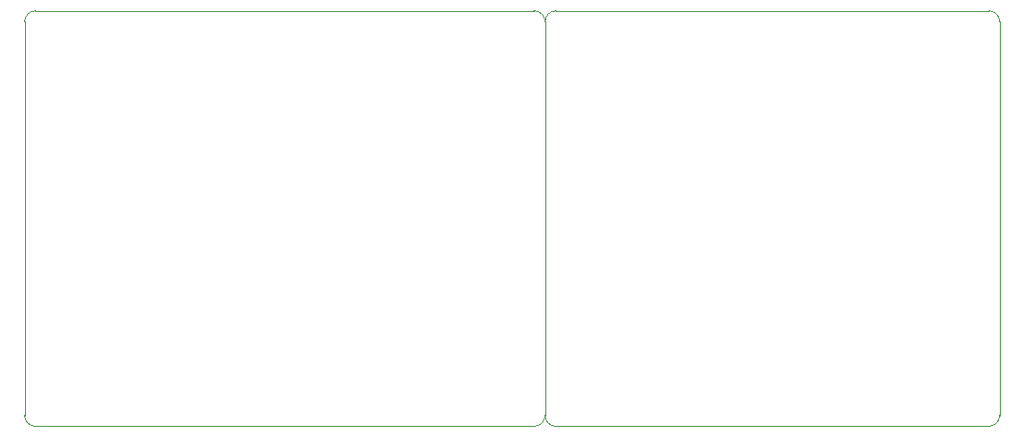
<source format=gm1>
G04 #@! TF.GenerationSoftware,KiCad,Pcbnew,(5.1.2)-1*
G04 #@! TF.CreationDate,2025-05-14T22:38:20+09:00*
G04 #@! TF.ProjectId,ShiftRegRemoteIO,53686966-7452-4656-9752-656d6f746549,v1.2*
G04 #@! TF.SameCoordinates,Original*
G04 #@! TF.FileFunction,Profile,NP*
%FSLAX46Y46*%
G04 Gerber Fmt 4.6, Leading zero omitted, Abs format (unit mm)*
G04 Created by KiCad (PCBNEW (5.1.2)-1) date 2025-05-14 22:38:20*
%MOMM*%
%LPD*%
G04 APERTURE LIST*
%ADD10C,0.050000*%
G04 APERTURE END LIST*
D10*
X146500000Y-92000000D02*
X186000000Y-92000000D01*
X144500000Y-92000000D02*
X99000000Y-92000000D01*
X146500000Y-130000000D02*
X186000000Y-130000000D01*
X99000000Y-130000000D02*
X144500000Y-130000000D01*
X187000000Y-129000000D02*
G75*
G02X186000000Y-130000000I-1000000J0D01*
G01*
X146500000Y-130000000D02*
G75*
G02X145500000Y-129000000I0J1000000D01*
G01*
X145500000Y-129000000D02*
G75*
G02X144500000Y-130000000I-1000000J0D01*
G01*
X144500000Y-92000000D02*
G75*
G02X145500000Y-93000000I0J-1000000D01*
G01*
X145500000Y-93000000D02*
G75*
G02X146500000Y-92000000I1000000J0D01*
G01*
X186000000Y-92000000D02*
G75*
G02X187000000Y-93000000I0J-1000000D01*
G01*
X99000000Y-130000000D02*
G75*
G02X98000000Y-129000000I0J1000000D01*
G01*
X98000000Y-93000000D02*
G75*
G02X99000000Y-92000000I1000000J0D01*
G01*
X145500000Y-93000000D02*
X145500000Y-129000000D01*
X98000000Y-129000000D02*
X98000000Y-93000000D01*
X187000000Y-93000000D02*
X187000000Y-129000000D01*
M02*

</source>
